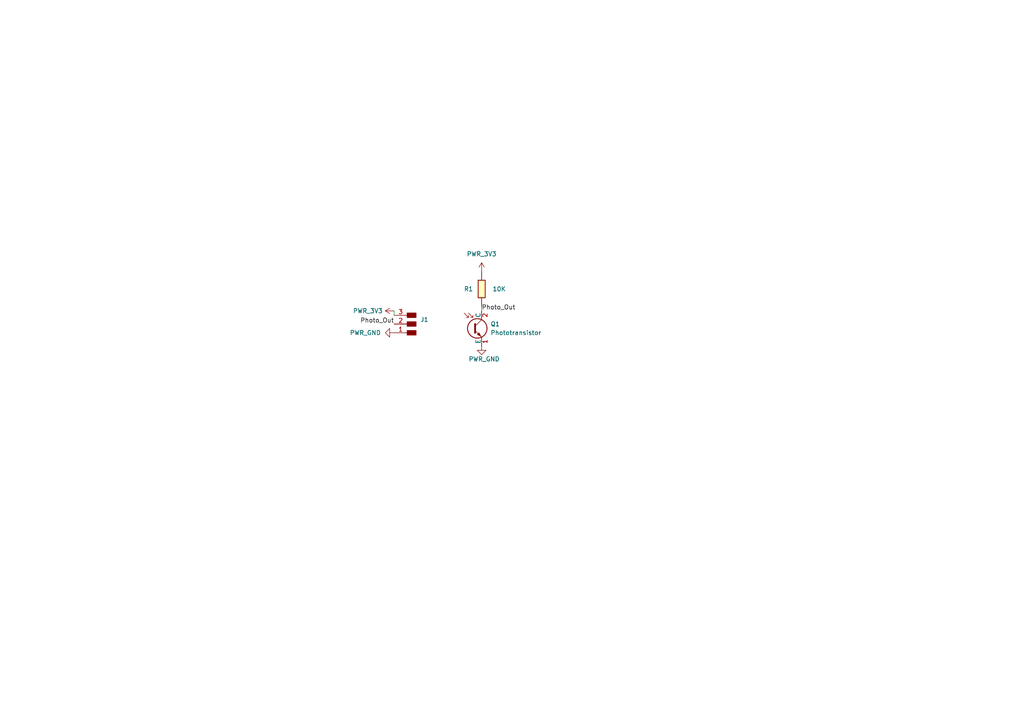
<source format=kicad_sch>
(kicad_sch (version 20230121) (generator eeschema)
  (paper "A4")
  (lib_symbols
    (symbol "Fab:Conn_PinHeader_1x03_P2.54mm_Vertical_THT_D1mm" (pin_names hide)
      (property "Reference" "J" (at 0 5.08 0))
      (property "Value" "Conn_PinHeader_1x03_P2.54mm_Vertical_THT_D1mm" (at 0 -5.08 0))
      (symbol "Conn_PinHeader_1x03_P2.54mm_Vertical_THT_D1mm_1_1"
        (rectangle (start -1.27 -1.905) (end 1.27 -3.175) (stroke (width 0.254)) (fill (type outline)))
        (rectangle (start -1.27 0.635) (end 1.27 -0.635) (stroke (width 0.254)) (fill (type outline)))
        (rectangle (start -1.27 3.175) (end 1.27 1.905) (stroke (width 0.254)) (fill (type outline)))
        (pin passive line (at 5.08 2.54 180) (length 3.81) (name "Pin_1") (number "1"))
        (pin passive line (at 5.08 0 180) (length 3.81) (name "Pin_2") (number "2"))
        (pin passive line (at 5.08 -2.54 180) (length 3.81) (name "Pin_3") (number "3"))
      )
    )
    (symbol "Fab:PWR_3V3" (power) (pin_names (offset 0))
      (property "Value" "PWR_3V3" (at 0 3.556 0))
      (symbol "PWR_3V3_0_1"
        (polyline (pts (xy -0.762 1.27) (xy 0 2.54)))
        (polyline (pts (xy 0 0) (xy 0 2.54)))
        (polyline (pts (xy 0 2.54) (xy 0.762 1.27)))
      )
      (symbol "PWR_3V3_1_1"
        (pin power_in line (at 0 0 90) (length 0) hide (name "PWR_3V3") (number "1"))
      )
    )
    (symbol "Fab:PWR_GND" (power) (pin_names (offset 0))
      (property "Value" "PWR_GND" (at 0 -3.81 0))
      (symbol "PWR_GND_0_1"
        (polyline (pts (xy 0 0) (xy 0 -1.27) (xy 1.27 -1.27) (xy 0 -2.54) (xy -1.27 -1.27) (xy 0 -1.27)))
      )
      (symbol "PWR_GND_1_1"
        (pin power_in line (at 0 0 270) (length 0) hide (name "PWR_GND") (number "1"))
      )
    )
    (symbol "Fab:Phototransistor_Visible_PT15-21C-TR8" (pin_names (offset 0))
      (property "Reference" "Q" (at 2.54 1.27 0))
      (property "Value" "Phototransistor_Visible_PT15-21C-TR8" (at 2.54 -1.27 0))
      (symbol "Phototransistor_Visible_PT15-21C-TR8_0_1"
        (circle (center -1.27 0) (radius 2.8194) (stroke (width 0.254)))
        (polyline (pts (xy -3.81 3.175) (xy -4.445 3.175)))
        (polyline (pts (xy -2.54 3.175) (xy -3.175 3.175)))
        (polyline (pts (xy -1.905 0.635) (xy 0 2.54)))
        (polyline (pts (xy -5.08 4.445) (xy -3.81 3.175) (xy -3.81 3.81)))
        (polyline (pts (xy -3.81 4.445) (xy -2.54 3.175) (xy -2.54 3.81)))
        (polyline (pts (xy -1.905 -0.635) (xy 0 -2.54) (xy 0 -2.54)))
        (polyline (pts (xy -1.905 1.27) (xy -1.905 -1.27) (xy -1.905 -1.27)) (stroke (width 0.508)))
        (polyline (pts (xy -1.27 -1.778) (xy -0.762 -1.27) (xy -0.254 -2.286) (xy -1.27 -1.778) (xy -1.27 -1.778)) (fill (type outline)))
      )
      (symbol "Phototransistor_Visible_PT15-21C-TR8_1_1"
        (pin passive line (at 0 -5.08 90) (length 2.54) (name "E") (number "1"))
        (pin passive line (at 0 5.08 270) (length 2.54) (name "C") (number "2"))
      )
    )
    (symbol "Fab:R_1206" (pin_numbers hide) (pin_names (offset 0))
      (property "Reference" "R" (at 2.54 0 90))
      (property "Value" "R_1206" (at -2.54 0 90))
      (symbol "R_1206_0_1"
        (rectangle (start -1.016 -2.54) (end 1.016 2.54) (stroke (width 0.254)) (fill (type background)))
      )
      (symbol "R_1206_1_1"
        (pin passive line (at 0 5.08 270) (length 2.54) (name "~") (number "1"))
        (pin passive line (at 0 -5.08 90) (length 2.54) (name "~") (number "2"))
      )
    )
  )
  (wire (pts (xy 114.3 90.17) (xy 114.3 91.44)))
  (wire (pts (xy 139.7 90.17) (xy 139.7 88.9)))
  (label "Photo_Out" (at 114.3 93.98 180))
  (label "Photo_Out" (at 139.7 90.17 0))
  (symbol (lib_id "Fab:PWR_GND") (at 139.7 100.33 0) (mirror y) (unit 1)
    (property "Reference" "#PWR02" (effects hide))
    (property "Value" "PWR_GND" (at 135.89 104.14 0) (effects (justify right)))
  )
  (symbol (lib_id "Fab:Phototransistor_Visible_PT15-21C-TR8") (at 139.7 95.25 0) (unit 1)
    (property "Reference" "Q1" (at 142.24 93.98 0) (effects (justify left)))
    (property "Value" "Phototransistor" (at 142.24 96.52 0) (effects (justify left)))
    (property "Footprint" "fab:Q_1206" (effects hide))
    (property "Datasheet" "https://www.everlight.com/file/ProductFile/PT15-21C-TR8.pdf" (effects hide))
  )
  (symbol (lib_id "Fab:R_1206") (at 139.7 83.82 0) (mirror y) (unit 1)
    (property "Reference" "R1" (at 135.89 83.82 0))
    (property "Value" "10K" (at 144.78 83.82 0))
    (property "Footprint" "Fab:R_1206" (effects hide))
  )
  (symbol (lib_id "Fab:PWR_3V3") (at 114.3 90.17 90) (mirror x) (unit 1)
    (property "Reference" "#PWR04" (effects hide))
    (property "Value" "PWR_3V3" (at 106.68 90.17 90))
  )
  (symbol (lib_id "Fab:Conn_PinHeader_1x03_P2.54mm_Vertical_THT_D1mm") (at 119.38 93.98 180) (unit 1)
    (property "Reference" "J1" (at 121.92 92.71 0) (effects (justify right)))
    (property "Value" "Conn_PinHeader_1x03_P2.54mm_Vertical_THT_D1mm" (effects hide))
    (property "Footprint" "fab:PinHeader_1x03_P2.54mm_Vertical_THT_D1mm" (effects hide))
  )
  (symbol (lib_id "Fab:PWR_3V3") (at 139.7 78.74 0) (mirror y) (unit 1)
    (property "Reference" "#PWR01" (effects hide))
    (property "Value" "PWR_3V3" (at 139.7 73.66 0))
  )
  (symbol (lib_id "Fab:PWR_GND") (at 114.3 96.52 270) (mirror x) (unit 1)
    (property "Reference" "#PWR05" (effects hide))
    (property "Value" "PWR_GND" (at 110.49 96.52 90) (effects (justify right)))
  )
)
</source>
